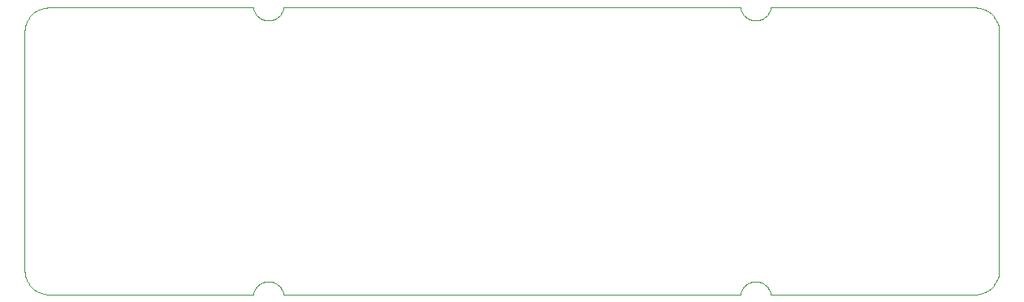
<source format=gko>
G04 #@! TF.GenerationSoftware,KiCad,Pcbnew,5.0.2+dfsg1-1*
G04 #@! TF.CreationDate,2019-08-29T01:20:59+02:00*
G04 #@! TF.ProjectId,hexdump,68657864-756d-4702-9e6b-696361645f70,rev?*
G04 #@! TF.SameCoordinates,Original*
G04 #@! TF.FileFunction,Profile,NP*
%FSLAX46Y46*%
G04 Gerber Fmt 4.6, Leading zero omitted, Abs format (unit mm)*
G04 Created by KiCad (PCBNEW 5.0.2+dfsg1-1) date Thu 29 Aug 2019 01:20:59 AM CEST*
%MOMM*%
%LPD*%
G01*
G04 APERTURE LIST*
%ADD10C,0.070186*%
G04 APERTURE END LIST*
D10*
X-451159749Y-62469882D02*
X-472440103Y-62469882D01*
X-451147037Y-62542519D02*
X-451159749Y-62469882D01*
X-451131166Y-62613895D02*
X-451147037Y-62542519D01*
X-451112216Y-62683942D02*
X-451131166Y-62613895D01*
X-451090266Y-62752592D02*
X-451112216Y-62683942D01*
X-451065396Y-62819776D02*
X-451090266Y-62752592D01*
X-451037685Y-62885426D02*
X-451065396Y-62819776D01*
X-451007212Y-62949474D02*
X-451037685Y-62885426D01*
X-450974056Y-63011851D02*
X-451007212Y-62949474D01*
X-450938298Y-63072490D02*
X-450974056Y-63011851D01*
X-450900016Y-63131321D02*
X-450938298Y-63072490D01*
X-450859290Y-63188276D02*
X-450900016Y-63131321D01*
X-450816199Y-63243287D02*
X-450859290Y-63188276D01*
X-450770823Y-63296286D02*
X-450816199Y-63243287D01*
X-450723240Y-63347204D02*
X-450770823Y-63296286D01*
X-450673531Y-63395972D02*
X-450723240Y-63347204D01*
X-450621774Y-63442524D02*
X-450673531Y-63395972D01*
X-450568050Y-63486790D02*
X-450621774Y-63442524D01*
X-450512437Y-63528701D02*
X-450568050Y-63486790D01*
X-450455014Y-63568190D02*
X-450512437Y-63528701D01*
X-450395862Y-63605188D02*
X-450455014Y-63568190D01*
X-450335060Y-63639628D02*
X-450395862Y-63605188D01*
X-450272686Y-63671439D02*
X-450335060Y-63639628D01*
X-450208820Y-63700555D02*
X-450272686Y-63671439D01*
X-450143543Y-63726906D02*
X-450208820Y-63700555D01*
X-450076932Y-63750425D02*
X-450143543Y-63726906D01*
X-450009067Y-63771043D02*
X-450076932Y-63750425D01*
X-449940029Y-63788692D02*
X-450009067Y-63771043D01*
X-449869895Y-63803304D02*
X-449940029Y-63788692D01*
X-449798746Y-63814809D02*
X-449869895Y-63803304D01*
X-449726661Y-63823140D02*
X-449798746Y-63814809D01*
X-449653719Y-63828228D02*
X-449726661Y-63823140D01*
X-449580000Y-63830006D02*
X-449653719Y-63828228D01*
X-449506262Y-63828250D02*
X-449580000Y-63830006D01*
X-449433302Y-63823182D02*
X-449506262Y-63828250D01*
X-449361197Y-63814870D02*
X-449433302Y-63823182D01*
X-449290028Y-63803381D02*
X-449361197Y-63814870D01*
X-449219874Y-63788785D02*
X-449290028Y-63803381D01*
X-449150815Y-63771150D02*
X-449219874Y-63788785D01*
X-449082930Y-63750545D02*
X-449150815Y-63771150D01*
X-449016299Y-63727036D02*
X-449082930Y-63750545D01*
X-448951000Y-63700694D02*
X-449016299Y-63727036D01*
X-448887114Y-63671586D02*
X-448951000Y-63700694D01*
X-448824719Y-63639781D02*
X-448887114Y-63671586D01*
X-448763896Y-63605346D02*
X-448824719Y-63639781D01*
X-448704724Y-63568352D02*
X-448763896Y-63605346D01*
X-448647282Y-63528865D02*
X-448704724Y-63568352D01*
X-448591649Y-63486954D02*
X-448647282Y-63528865D01*
X-448537905Y-63442688D02*
X-448591649Y-63486954D01*
X-448486130Y-63396135D02*
X-448537905Y-63442688D01*
X-448436403Y-63347363D02*
X-448486130Y-63396135D01*
X-448388803Y-63296440D02*
X-448436403Y-63347363D01*
X-448343409Y-63243436D02*
X-448388803Y-63296440D01*
X-448300302Y-63188418D02*
X-448343409Y-63243436D01*
X-448259561Y-63131455D02*
X-448300302Y-63188418D01*
X-448221264Y-63072616D02*
X-448259561Y-63131455D01*
X-448185493Y-63011967D02*
X-448221264Y-63072616D01*
X-448152325Y-62949579D02*
X-448185493Y-63011967D01*
X-448121840Y-62885519D02*
X-448152325Y-62949579D01*
X-448094119Y-62819856D02*
X-448121840Y-62885519D01*
X-448069240Y-62752658D02*
X-448094119Y-62819856D01*
X-448047282Y-62683993D02*
X-448069240Y-62752658D01*
X-448028326Y-62613930D02*
X-448047282Y-62683993D01*
X-448012450Y-62542537D02*
X-448028326Y-62613930D01*
X-447999734Y-62469882D02*
X-448012450Y-62542537D01*
X-400359749Y-62469882D02*
X-447999734Y-62469882D01*
X-400347037Y-62542519D02*
X-400359749Y-62469882D01*
X-400331166Y-62613895D02*
X-400347037Y-62542519D01*
X-400312216Y-62683942D02*
X-400331166Y-62613895D01*
X-400290266Y-62752592D02*
X-400312216Y-62683942D01*
X-400265396Y-62819776D02*
X-400290266Y-62752592D01*
X-400237685Y-62885426D02*
X-400265396Y-62819776D01*
X-400207212Y-62949474D02*
X-400237685Y-62885426D01*
X-400174057Y-63011851D02*
X-400207212Y-62949474D01*
X-400138299Y-63072490D02*
X-400174057Y-63011851D01*
X-400100017Y-63131320D02*
X-400138299Y-63072490D01*
X-400059291Y-63188276D02*
X-400100017Y-63131320D01*
X-400016200Y-63243287D02*
X-400059291Y-63188276D01*
X-399970823Y-63296285D02*
X-400016200Y-63243287D01*
X-399923241Y-63347203D02*
X-399970823Y-63296285D01*
X-399873532Y-63395972D02*
X-399923241Y-63347203D01*
X-399821775Y-63442524D02*
X-399873532Y-63395972D01*
X-399768051Y-63486789D02*
X-399821775Y-63442524D01*
X-399712438Y-63528701D02*
X-399768051Y-63486789D01*
X-399655015Y-63568190D02*
X-399712438Y-63528701D01*
X-399595863Y-63605188D02*
X-399655015Y-63568190D01*
X-399535061Y-63639627D02*
X-399595863Y-63605188D01*
X-399472687Y-63671439D02*
X-399535061Y-63639627D01*
X-399408821Y-63700555D02*
X-399472687Y-63671439D01*
X-399343544Y-63726906D02*
X-399408821Y-63700555D01*
X-399276933Y-63750425D02*
X-399343544Y-63726906D01*
X-399209068Y-63771043D02*
X-399276933Y-63750425D01*
X-399140030Y-63788692D02*
X-399209068Y-63771043D01*
X-399069896Y-63803304D02*
X-399140030Y-63788692D01*
X-398998747Y-63814809D02*
X-399069896Y-63803304D01*
X-398926662Y-63823140D02*
X-398998747Y-63814809D01*
X-398853720Y-63828228D02*
X-398926662Y-63823140D01*
X-398780001Y-63830006D02*
X-398853720Y-63828228D01*
X-398706263Y-63828250D02*
X-398780001Y-63830006D01*
X-398633302Y-63823182D02*
X-398706263Y-63828250D01*
X-398561198Y-63814870D02*
X-398633302Y-63823182D01*
X-398490029Y-63803381D02*
X-398561198Y-63814870D01*
X-398419875Y-63788785D02*
X-398490029Y-63803381D01*
X-398350816Y-63771150D02*
X-398419875Y-63788785D01*
X-398282931Y-63750545D02*
X-398350816Y-63771150D01*
X-398216299Y-63727036D02*
X-398282931Y-63750545D01*
X-398151001Y-63700694D02*
X-398216299Y-63727036D01*
X-398087114Y-63671586D02*
X-398151001Y-63700694D01*
X-398024720Y-63639781D02*
X-398087114Y-63671586D01*
X-397963897Y-63605346D02*
X-398024720Y-63639781D01*
X-397904724Y-63568352D02*
X-397963897Y-63605346D01*
X-397847282Y-63528865D02*
X-397904724Y-63568352D01*
X-397791649Y-63486954D02*
X-397847282Y-63528865D01*
X-397737906Y-63442688D02*
X-397791649Y-63486954D01*
X-397686131Y-63396135D02*
X-397737906Y-63442688D01*
X-397636403Y-63347363D02*
X-397686131Y-63396135D01*
X-397588803Y-63296440D02*
X-397636403Y-63347363D01*
X-397543410Y-63243436D02*
X-397588803Y-63296440D01*
X-397500303Y-63188418D02*
X-397543410Y-63243436D01*
X-397459561Y-63131455D02*
X-397500303Y-63188418D01*
X-397421265Y-63072616D02*
X-397459561Y-63131455D01*
X-397385493Y-63011967D02*
X-397421265Y-63072616D01*
X-397352326Y-62949579D02*
X-397385493Y-63011967D01*
X-397321841Y-62885519D02*
X-397352326Y-62949579D01*
X-397294120Y-62819856D02*
X-397321841Y-62885519D01*
X-397269240Y-62752658D02*
X-397294120Y-62819856D01*
X-397247283Y-62683993D02*
X-397269240Y-62752658D01*
X-397228326Y-62613930D02*
X-397247283Y-62683993D01*
X-397212450Y-62542537D02*
X-397228326Y-62613930D01*
X-397199735Y-62469882D02*
X-397212450Y-62542537D01*
X-375919898Y-62469882D02*
X-397199735Y-62469882D01*
X-375788807Y-62473175D02*
X-375919898Y-62469882D01*
X-375659481Y-62482947D02*
X-375788807Y-62473175D01*
X-375532077Y-62499042D02*
X-375659481Y-62482947D01*
X-375406753Y-62521303D02*
X-375532077Y-62499042D01*
X-375283665Y-62549572D02*
X-375406753Y-62521303D01*
X-375162971Y-62583693D02*
X-375283665Y-62549572D01*
X-375044828Y-62623508D02*
X-375162971Y-62583693D01*
X-374929394Y-62668859D02*
X-375044828Y-62623508D01*
X-374816824Y-62719591D02*
X-374929394Y-62668859D01*
X-374707277Y-62775545D02*
X-374816824Y-62719591D01*
X-374600909Y-62836565D02*
X-374707277Y-62775545D01*
X-374497878Y-62902493D02*
X-374600909Y-62836565D01*
X-374398341Y-62973172D02*
X-374497878Y-62902493D01*
X-374302455Y-63048446D02*
X-374398341Y-62973172D01*
X-374210377Y-63128156D02*
X-374302455Y-63048446D01*
X-374122265Y-63212146D02*
X-374210377Y-63128156D01*
X-374038275Y-63300258D02*
X-374122265Y-63212146D01*
X-373958565Y-63392336D02*
X-374038275Y-63300258D01*
X-373883291Y-63488222D02*
X-373958565Y-63392336D01*
X-373812612Y-63587759D02*
X-373883291Y-63488222D01*
X-373746684Y-63690790D02*
X-373812612Y-63587759D01*
X-373685664Y-63797157D02*
X-373746684Y-63690790D01*
X-373629710Y-63906705D02*
X-373685664Y-63797157D01*
X-373578978Y-64019274D02*
X-373629710Y-63906705D01*
X-373533627Y-64134709D02*
X-373578978Y-64019274D01*
X-373493812Y-64252852D02*
X-373533627Y-64134709D01*
X-373459691Y-64373546D02*
X-373493812Y-64252852D01*
X-373431422Y-64496634D02*
X-373459691Y-64373546D01*
X-373409161Y-64621958D02*
X-373431422Y-64496634D01*
X-373393066Y-64749362D02*
X-373409161Y-64621958D01*
X-373383294Y-64878688D02*
X-373393066Y-64749362D01*
X-373380001Y-65009779D02*
X-373383294Y-64878688D01*
X-373380001Y-89930221D02*
X-373380001Y-65009779D01*
X-373383294Y-90061312D02*
X-373380001Y-89930221D01*
X-373393066Y-90190638D02*
X-373383294Y-90061312D01*
X-373409161Y-90318042D02*
X-373393066Y-90190638D01*
X-373431422Y-90443366D02*
X-373409161Y-90318042D01*
X-373459691Y-90566454D02*
X-373431422Y-90443366D01*
X-373493812Y-90687148D02*
X-373459691Y-90566454D01*
X-373533627Y-90805291D02*
X-373493812Y-90687148D01*
X-373578978Y-90920726D02*
X-373533627Y-90805291D01*
X-373629710Y-91033295D02*
X-373578978Y-90920726D01*
X-373685664Y-91142843D02*
X-373629710Y-91033295D01*
X-373746684Y-91249210D02*
X-373685664Y-91142843D01*
X-373812612Y-91352241D02*
X-373746684Y-91249210D01*
X-373883291Y-91451778D02*
X-373812612Y-91352241D01*
X-373958565Y-91547664D02*
X-373883291Y-91451778D01*
X-374038275Y-91639742D02*
X-373958565Y-91547664D01*
X-374122265Y-91727854D02*
X-374038275Y-91639742D01*
X-374210377Y-91811844D02*
X-374122265Y-91727854D01*
X-374302455Y-91891554D02*
X-374210377Y-91811844D01*
X-374398341Y-91966828D02*
X-374302455Y-91891554D01*
X-374497878Y-92037507D02*
X-374398341Y-91966828D01*
X-374600909Y-92103435D02*
X-374497878Y-92037507D01*
X-374707277Y-92164455D02*
X-374600909Y-92103435D01*
X-374816824Y-92220409D02*
X-374707277Y-92164455D01*
X-374929394Y-92271141D02*
X-374816824Y-92220409D01*
X-375044828Y-92316492D02*
X-374929394Y-92271141D01*
X-375162971Y-92356307D02*
X-375044828Y-92316492D01*
X-375283665Y-92390428D02*
X-375162971Y-92356307D01*
X-375406753Y-92418697D02*
X-375283665Y-92390428D01*
X-375532077Y-92440958D02*
X-375406753Y-92418697D01*
X-375659481Y-92457053D02*
X-375532077Y-92440958D01*
X-375788807Y-92466825D02*
X-375659481Y-92457053D01*
X-375919898Y-92470118D02*
X-375788807Y-92466825D01*
X-397200253Y-92470118D02*
X-375919898Y-92470118D01*
X-397212965Y-92397481D02*
X-397200253Y-92470118D01*
X-397228836Y-92326105D02*
X-397212965Y-92397481D01*
X-397247786Y-92256058D02*
X-397228836Y-92326105D01*
X-397269735Y-92187408D02*
X-397247786Y-92256058D01*
X-397294606Y-92120224D02*
X-397269735Y-92187408D01*
X-397322317Y-92054574D02*
X-397294606Y-92120224D01*
X-397352790Y-91990526D02*
X-397322317Y-92054574D01*
X-397385945Y-91928149D02*
X-397352790Y-91990526D01*
X-397421703Y-91867510D02*
X-397385945Y-91928149D01*
X-397459985Y-91808680D02*
X-397421703Y-91867510D01*
X-397500711Y-91751724D02*
X-397459985Y-91808680D01*
X-397543802Y-91696713D02*
X-397500711Y-91751724D01*
X-397589178Y-91643715D02*
X-397543802Y-91696713D01*
X-397636761Y-91592797D02*
X-397589178Y-91643715D01*
X-397686470Y-91544028D02*
X-397636761Y-91592797D01*
X-397738227Y-91497476D02*
X-397686470Y-91544028D01*
X-397791951Y-91453211D02*
X-397738227Y-91497476D01*
X-397847564Y-91411299D02*
X-397791951Y-91453211D01*
X-397904987Y-91371810D02*
X-397847564Y-91411299D01*
X-397964139Y-91334812D02*
X-397904987Y-91371810D01*
X-398024941Y-91300373D02*
X-397964139Y-91334812D01*
X-398087315Y-91268561D02*
X-398024941Y-91300373D01*
X-398151181Y-91239445D02*
X-398087315Y-91268561D01*
X-398216458Y-91213094D02*
X-398151181Y-91239445D01*
X-398283069Y-91189575D02*
X-398216458Y-91213094D01*
X-398350934Y-91168957D02*
X-398283069Y-91189575D01*
X-398419972Y-91151308D02*
X-398350934Y-91168957D01*
X-398490106Y-91136696D02*
X-398419972Y-91151308D01*
X-398561255Y-91125191D02*
X-398490106Y-91136696D01*
X-398633340Y-91116860D02*
X-398561255Y-91125191D01*
X-398706282Y-91111772D02*
X-398633340Y-91116860D01*
X-398780001Y-91109994D02*
X-398706282Y-91111772D01*
X-398853739Y-91111750D02*
X-398780001Y-91109994D01*
X-398926700Y-91116818D02*
X-398853739Y-91111750D01*
X-398998804Y-91125130D02*
X-398926700Y-91116818D01*
X-399069973Y-91136619D02*
X-398998804Y-91125130D01*
X-399140127Y-91151215D02*
X-399069973Y-91136619D01*
X-399209186Y-91168850D02*
X-399140127Y-91151215D01*
X-399277071Y-91189455D02*
X-399209186Y-91168850D01*
X-399343703Y-91212964D02*
X-399277071Y-91189455D01*
X-399409001Y-91239306D02*
X-399343703Y-91212964D01*
X-399472887Y-91268414D02*
X-399409001Y-91239306D01*
X-399535282Y-91300219D02*
X-399472887Y-91268414D01*
X-399596105Y-91334654D02*
X-399535282Y-91300219D01*
X-399655277Y-91371648D02*
X-399596105Y-91334654D01*
X-399712720Y-91411135D02*
X-399655277Y-91371648D01*
X-399768352Y-91453046D02*
X-399712720Y-91411135D01*
X-399822096Y-91497312D02*
X-399768352Y-91453046D01*
X-399873871Y-91543865D02*
X-399822096Y-91497312D01*
X-399923599Y-91592637D02*
X-399873871Y-91543865D01*
X-399971199Y-91643560D02*
X-399923599Y-91592637D01*
X-400016592Y-91696564D02*
X-399971199Y-91643560D01*
X-400059699Y-91751582D02*
X-400016592Y-91696564D01*
X-400100440Y-91808545D02*
X-400059699Y-91751582D01*
X-400138737Y-91867384D02*
X-400100440Y-91808545D01*
X-400174509Y-91928033D02*
X-400138737Y-91867384D01*
X-400207676Y-91990421D02*
X-400174509Y-91928033D01*
X-400238161Y-92054481D02*
X-400207676Y-91990421D01*
X-400265882Y-92120144D02*
X-400238161Y-92054481D01*
X-400290762Y-92187342D02*
X-400265882Y-92120144D01*
X-400312719Y-92256007D02*
X-400290762Y-92187342D01*
X-400331676Y-92326070D02*
X-400312719Y-92256007D01*
X-400347551Y-92397463D02*
X-400331676Y-92326070D01*
X-400360267Y-92470118D02*
X-400347551Y-92397463D01*
X-448000253Y-92470118D02*
X-400360267Y-92470118D01*
X-448012965Y-92397481D02*
X-448000253Y-92470118D01*
X-448028835Y-92326105D02*
X-448012965Y-92397481D01*
X-448047785Y-92256058D02*
X-448028835Y-92326105D01*
X-448069735Y-92187408D02*
X-448047785Y-92256058D01*
X-448094605Y-92120224D02*
X-448069735Y-92187408D01*
X-448122316Y-92054574D02*
X-448094605Y-92120224D01*
X-448152789Y-91990526D02*
X-448122316Y-92054574D01*
X-448185945Y-91928149D02*
X-448152789Y-91990526D01*
X-448221703Y-91867510D02*
X-448185945Y-91928149D01*
X-448259985Y-91808680D02*
X-448221703Y-91867510D01*
X-448300711Y-91751724D02*
X-448259985Y-91808680D01*
X-448343802Y-91696713D02*
X-448300711Y-91751724D01*
X-448389178Y-91643715D02*
X-448343802Y-91696713D01*
X-448436761Y-91592797D02*
X-448389178Y-91643715D01*
X-448486470Y-91544028D02*
X-448436761Y-91592797D01*
X-448538226Y-91497476D02*
X-448486470Y-91544028D01*
X-448591951Y-91453211D02*
X-448538226Y-91497476D01*
X-448647564Y-91411299D02*
X-448591951Y-91453211D01*
X-448704986Y-91371810D02*
X-448647564Y-91411299D01*
X-448764139Y-91334812D02*
X-448704986Y-91371810D01*
X-448824941Y-91300373D02*
X-448764139Y-91334812D01*
X-448887315Y-91268561D02*
X-448824941Y-91300373D01*
X-448951180Y-91239445D02*
X-448887315Y-91268561D01*
X-449016458Y-91213094D02*
X-448951180Y-91239445D01*
X-449083069Y-91189575D02*
X-449016458Y-91213094D01*
X-449150933Y-91168957D02*
X-449083069Y-91189575D01*
X-449219972Y-91151308D02*
X-449150933Y-91168957D01*
X-449290105Y-91136696D02*
X-449219972Y-91151308D01*
X-449361254Y-91125191D02*
X-449290105Y-91136696D01*
X-449433339Y-91116860D02*
X-449361254Y-91125191D01*
X-449506281Y-91111772D02*
X-449433339Y-91116860D01*
X-449580000Y-91109994D02*
X-449506281Y-91111772D01*
X-449653738Y-91111750D02*
X-449580000Y-91109994D01*
X-449726699Y-91116818D02*
X-449653738Y-91111750D01*
X-449798804Y-91125130D02*
X-449726699Y-91116818D01*
X-449869973Y-91136619D02*
X-449798804Y-91125130D01*
X-449940126Y-91151215D02*
X-449869973Y-91136619D01*
X-450009185Y-91168850D02*
X-449940126Y-91151215D01*
X-450077070Y-91189456D02*
X-450009185Y-91168850D01*
X-450143702Y-91212964D02*
X-450077070Y-91189456D01*
X-450209000Y-91239306D02*
X-450143702Y-91212964D01*
X-450272887Y-91268414D02*
X-450209000Y-91239306D01*
X-450335281Y-91300220D02*
X-450272887Y-91268414D01*
X-450396104Y-91334654D02*
X-450335281Y-91300220D01*
X-450455276Y-91371649D02*
X-450396104Y-91334654D01*
X-450512719Y-91411136D02*
X-450455276Y-91371649D01*
X-450568351Y-91453046D02*
X-450512719Y-91411136D01*
X-450622095Y-91497313D02*
X-450568351Y-91453046D01*
X-450673870Y-91543866D02*
X-450622095Y-91497313D01*
X-450723598Y-91592638D02*
X-450673870Y-91543866D01*
X-450771198Y-91643560D02*
X-450723598Y-91592638D01*
X-450816591Y-91696564D02*
X-450771198Y-91643560D01*
X-450859698Y-91751582D02*
X-450816591Y-91696564D01*
X-450900439Y-91808545D02*
X-450859698Y-91751582D01*
X-450938736Y-91867385D02*
X-450900439Y-91808545D01*
X-450974507Y-91928033D02*
X-450938736Y-91867385D01*
X-451007675Y-91990421D02*
X-450974507Y-91928033D01*
X-451038159Y-92054481D02*
X-451007675Y-91990421D01*
X-451065881Y-92120144D02*
X-451038159Y-92054481D01*
X-451090760Y-92187343D02*
X-451065881Y-92120144D01*
X-451112718Y-92256007D02*
X-451090760Y-92187343D01*
X-451131674Y-92326070D02*
X-451112718Y-92256007D01*
X-451147550Y-92397463D02*
X-451131674Y-92326070D01*
X-451160266Y-92470118D02*
X-451147550Y-92397463D01*
X-472440103Y-92470118D02*
X-451160266Y-92470118D01*
X-472571194Y-92466825D02*
X-472440103Y-92470118D01*
X-472700520Y-92457053D02*
X-472571194Y-92466825D01*
X-472827924Y-92440958D02*
X-472700520Y-92457053D01*
X-472953248Y-92418697D02*
X-472827924Y-92440958D01*
X-473076336Y-92390428D02*
X-472953248Y-92418697D01*
X-473197030Y-92356307D02*
X-473076336Y-92390428D01*
X-473315173Y-92316492D02*
X-473197030Y-92356307D01*
X-473430608Y-92271141D02*
X-473315173Y-92316492D01*
X-473543178Y-92220409D02*
X-473430608Y-92271141D01*
X-473652725Y-92164455D02*
X-473543178Y-92220409D01*
X-473759092Y-92103435D02*
X-473652725Y-92164455D01*
X-473862123Y-92037507D02*
X-473759092Y-92103435D01*
X-473961661Y-91966828D02*
X-473862123Y-92037507D01*
X-474057547Y-91891554D02*
X-473961661Y-91966828D01*
X-474149624Y-91811844D02*
X-474057547Y-91891554D01*
X-474237737Y-91727854D02*
X-474149624Y-91811844D01*
X-474321727Y-91639742D02*
X-474237737Y-91727854D01*
X-474401437Y-91547664D02*
X-474321727Y-91639742D01*
X-474476710Y-91451778D02*
X-474401437Y-91547664D01*
X-474547389Y-91352241D02*
X-474476710Y-91451778D01*
X-474613317Y-91249210D02*
X-474547389Y-91352241D01*
X-474674337Y-91142843D02*
X-474613317Y-91249210D01*
X-474730291Y-91033295D02*
X-474674337Y-91142843D01*
X-474781023Y-90920726D02*
X-474730291Y-91033295D01*
X-474826375Y-90805291D02*
X-474781023Y-90920726D01*
X-474866190Y-90687148D02*
X-474826375Y-90805291D01*
X-474900310Y-90566454D02*
X-474866190Y-90687148D01*
X-474928579Y-90443366D02*
X-474900310Y-90566454D01*
X-474950840Y-90318042D02*
X-474928579Y-90443366D01*
X-474966935Y-90190638D02*
X-474950840Y-90318042D01*
X-474976708Y-90061312D02*
X-474966935Y-90190638D01*
X-474980000Y-89930221D02*
X-474976708Y-90061312D01*
X-474980000Y-65009779D02*
X-474980000Y-89930221D01*
X-474976708Y-64878688D02*
X-474980000Y-65009779D01*
X-474966935Y-64749362D02*
X-474976708Y-64878688D01*
X-474950840Y-64621958D02*
X-474966935Y-64749362D01*
X-474928579Y-64496634D02*
X-474950840Y-64621958D01*
X-474900310Y-64373546D02*
X-474928579Y-64496634D01*
X-474866190Y-64252852D02*
X-474900310Y-64373546D01*
X-474826375Y-64134709D02*
X-474866190Y-64252852D01*
X-474781023Y-64019274D02*
X-474826375Y-64134709D01*
X-474730291Y-63906705D02*
X-474781023Y-64019274D01*
X-474674337Y-63797157D02*
X-474730291Y-63906705D01*
X-474613317Y-63690790D02*
X-474674337Y-63797157D01*
X-474547389Y-63587759D02*
X-474613317Y-63690790D01*
X-474476710Y-63488222D02*
X-474547389Y-63587759D01*
X-474401437Y-63392336D02*
X-474476710Y-63488222D01*
X-474321727Y-63300258D02*
X-474401437Y-63392336D01*
X-474237737Y-63212146D02*
X-474321727Y-63300258D01*
X-474149624Y-63128156D02*
X-474237737Y-63212146D01*
X-474057547Y-63048446D02*
X-474149624Y-63128156D01*
X-473961661Y-62973172D02*
X-474057547Y-63048446D01*
X-473862123Y-62902493D02*
X-473961661Y-62973172D01*
X-473759092Y-62836565D02*
X-473862123Y-62902493D01*
X-473652725Y-62775545D02*
X-473759092Y-62836565D01*
X-473543178Y-62719591D02*
X-473652725Y-62775545D01*
X-473430608Y-62668859D02*
X-473543178Y-62719591D01*
X-473315173Y-62623508D02*
X-473430608Y-62668859D01*
X-473197030Y-62583693D02*
X-473315173Y-62623508D01*
X-473076336Y-62549572D02*
X-473197030Y-62583693D01*
X-472953248Y-62521303D02*
X-473076336Y-62549572D01*
X-472827924Y-62499042D02*
X-472953248Y-62521303D01*
X-472700520Y-62482947D02*
X-472827924Y-62499042D01*
X-472571194Y-62473175D02*
X-472700520Y-62482947D01*
X-472440103Y-62469882D02*
X-472571194Y-62473175D01*
M02*

</source>
